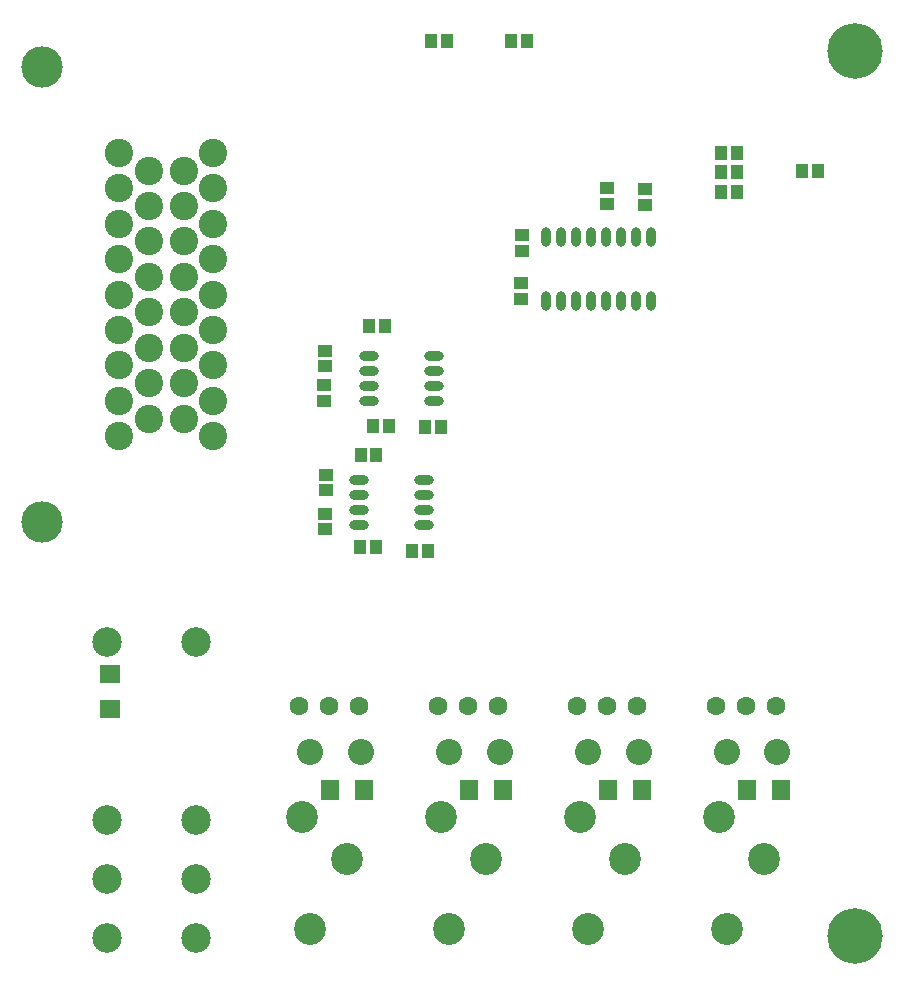
<source format=gbr>
%TF.GenerationSoftware,Altium Limited,Altium Designer,19.1.8 (144)*%
G04 Layer_Color=16711935*
%FSLAX26Y26*%
%MOIN*%
%TF.FileFunction,Soldermask,Bot*%
%TF.Part,Single*%
G01*
G75*
%TA.AperFunction,SMDPad,CuDef*%
%ADD54R,0.043433X0.047370*%
%ADD55R,0.047370X0.043433*%
%ADD56R,0.061150X0.065087*%
%ADD57R,0.065087X0.061150*%
%ADD58R,0.045402X0.041465*%
%ADD59R,0.041465X0.045402*%
%ADD60O,0.065087X0.031622*%
%ADD61O,0.031622X0.065087*%
%TA.AperFunction,ComponentPad*%
%ADD62C,0.086740*%
%ADD63C,0.106425*%
%ADD64C,0.098551*%
%ADD65C,0.063118*%
%ADD66C,0.137921*%
%ADD67C,0.094614*%
%TA.AperFunction,ViaPad*%
%ADD68C,0.185165*%
D54*
X1371057Y1433219D02*
D03*
X1424207D02*
D03*
X1251467Y1444384D02*
D03*
X1198317D02*
D03*
X1414370Y1844488D02*
D03*
X1467520D02*
D03*
X1295861Y1848323D02*
D03*
X1242711D02*
D03*
X2724157Y2699173D02*
D03*
X2671007D02*
D03*
X2401970Y2629421D02*
D03*
X2455119D02*
D03*
X2401576Y2758019D02*
D03*
X2454725D02*
D03*
X2401500Y2694474D02*
D03*
X2454650D02*
D03*
X1489605Y3132861D02*
D03*
X1436455D02*
D03*
X1703107Y3132461D02*
D03*
X1756257D02*
D03*
D55*
X1737584Y2484086D02*
D03*
Y2430936D02*
D03*
X1736712Y2271135D02*
D03*
Y2324284D02*
D03*
D56*
X2603622Y637284D02*
D03*
X2487480D02*
D03*
X1676955D02*
D03*
X1560814D02*
D03*
X2140289D02*
D03*
X2024147D02*
D03*
X1213622D02*
D03*
X1097480D02*
D03*
D57*
X363953Y904724D02*
D03*
Y1020865D02*
D03*
D58*
X1086088Y1685864D02*
D03*
Y1634683D02*
D03*
X1082220Y1555883D02*
D03*
Y1504702D02*
D03*
X1081597Y2100454D02*
D03*
Y2049273D02*
D03*
X1079437Y1984995D02*
D03*
Y1933813D02*
D03*
X2149438Y2586488D02*
D03*
Y2637670D02*
D03*
X2021561Y2590602D02*
D03*
Y2641783D02*
D03*
D59*
X1201880Y1753263D02*
D03*
X1253061D02*
D03*
X1230436Y2181836D02*
D03*
X1281617D02*
D03*
D60*
X1410909Y1669601D02*
D03*
Y1619601D02*
D03*
Y1569601D02*
D03*
Y1519601D02*
D03*
X1196342Y1669601D02*
D03*
Y1619601D02*
D03*
Y1569601D02*
D03*
Y1519601D02*
D03*
X1444502Y2082090D02*
D03*
Y2032091D02*
D03*
Y1982091D02*
D03*
Y1932091D02*
D03*
X1229935Y2082090D02*
D03*
Y2032091D02*
D03*
Y1982091D02*
D03*
Y1932091D02*
D03*
D61*
X2167543Y2264595D02*
D03*
X2117543D02*
D03*
X2067543D02*
D03*
X2017543D02*
D03*
X1967543D02*
D03*
X1917543D02*
D03*
X1867543D02*
D03*
X1817543D02*
D03*
X2167543Y2479162D02*
D03*
X2117543D02*
D03*
X2067543D02*
D03*
X2017543D02*
D03*
X1967543D02*
D03*
X1917543D02*
D03*
X1867543D02*
D03*
X1817543D02*
D03*
D62*
X2421142Y761614D02*
D03*
X2590433D02*
D03*
X1494738D02*
D03*
X1664029D02*
D03*
X1957940D02*
D03*
X2127231D02*
D03*
X1031535D02*
D03*
X1200827D02*
D03*
D63*
X2545157Y407284D02*
D03*
X2395551Y545079D02*
D03*
X2421142Y171063D02*
D03*
X1618753Y407284D02*
D03*
X1469147Y545079D02*
D03*
X1494738Y171063D02*
D03*
X2081955Y407284D02*
D03*
X1932349Y545079D02*
D03*
X1957940Y171063D02*
D03*
X1155551Y407284D02*
D03*
X1005945Y545079D02*
D03*
X1031535Y171063D02*
D03*
D64*
X650827Y143583D02*
D03*
X355551D02*
D03*
X650827Y537284D02*
D03*
Y340433D02*
D03*
X355551Y537284D02*
D03*
Y340433D02*
D03*
Y1127835D02*
D03*
X650827D02*
D03*
D65*
X1922218Y917284D02*
D03*
X2022218D02*
D03*
X2122218D02*
D03*
X2385551D02*
D03*
X2485551D02*
D03*
X2585551D02*
D03*
X1458884D02*
D03*
X1558884D02*
D03*
X1658884D02*
D03*
X995551D02*
D03*
X1095551D02*
D03*
X1195551D02*
D03*
D66*
X139646Y1529409D02*
D03*
Y3045157D02*
D03*
D67*
X395551Y2759724D02*
D03*
Y2641614D02*
D03*
Y2523504D02*
D03*
Y2405394D02*
D03*
Y2287284D02*
D03*
Y2169173D02*
D03*
Y2051063D02*
D03*
Y1932953D02*
D03*
Y1814842D02*
D03*
X493976Y2700669D02*
D03*
Y2582559D02*
D03*
Y2464449D02*
D03*
Y2346339D02*
D03*
Y2228228D02*
D03*
Y2110118D02*
D03*
Y1992008D02*
D03*
Y1873898D02*
D03*
X612087Y2700669D02*
D03*
Y2582559D02*
D03*
Y2464449D02*
D03*
Y2346339D02*
D03*
Y2228228D02*
D03*
Y2110118D02*
D03*
Y1992008D02*
D03*
Y1873898D02*
D03*
X710512Y2759724D02*
D03*
Y2641614D02*
D03*
Y2523504D02*
D03*
Y2405394D02*
D03*
Y2287284D02*
D03*
Y2169173D02*
D03*
Y2051063D02*
D03*
Y1932953D02*
D03*
Y1814842D02*
D03*
D68*
X2850000Y150000D02*
D03*
Y3100000D02*
D03*
%TF.MD5,1057cfcbdfd82faeac6f1bf62b848d7c*%
M02*

</source>
